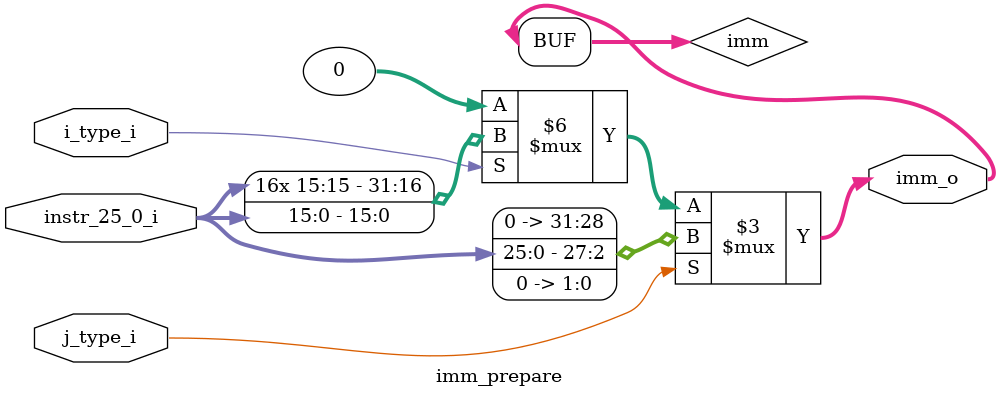
<source format=v>



module imm_prepare
(
    input   [25:0]  instr_25_0_i,
    input           i_type_i    ,
    input           j_type_i    ,
    output  [31:0]  imm_o
);

reg [31:0] imm;

assign imm_o = imm;

always @(*) begin
    imm = 'd0;

    if (i_type_i) begin
        imm = {{'d16{instr_25_0_i[15]}}, instr_25_0_i[15:0]};
    end

    if (j_type_i) begin
        imm = {4'b0000, instr_25_0_i, 2'b00};
    end
end

endmodule

</source>
